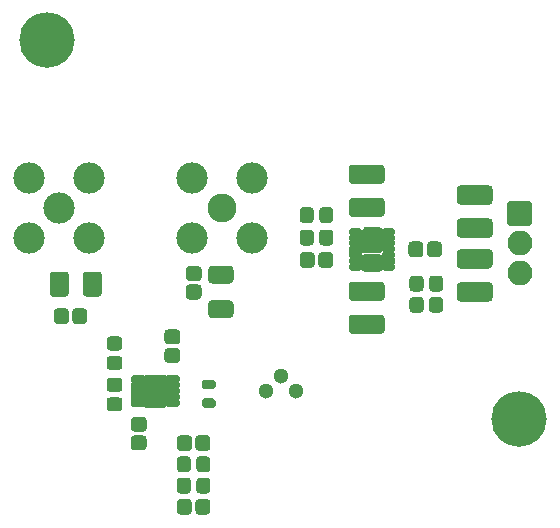
<source format=gbr>
G04 #@! TF.GenerationSoftware,KiCad,Pcbnew,(5.1.9)-1*
G04 #@! TF.CreationDate,2021-02-25T21:53:28+01:00*
G04 #@! TF.ProjectId,PDH_photodiode,5044485f-7068-46f7-946f-64696f64652e,1.1*
G04 #@! TF.SameCoordinates,Original*
G04 #@! TF.FileFunction,Soldermask,Top*
G04 #@! TF.FilePolarity,Negative*
%FSLAX45Y45*%
G04 Gerber Fmt 4.5, Leading zero omitted, Abs format (unit mm)*
G04 Created by KiCad (PCBNEW (5.1.9)-1) date 2021-02-25 21:53:28*
%MOMM*%
%LPD*%
G01*
G04 APERTURE LIST*
%ADD10C,0.100000*%
%ADD11O,2.100000X2.100000*%
%ADD12C,1.300000*%
%ADD13C,2.650000*%
%ADD14C,2.450000*%
%ADD15C,4.700000*%
G04 APERTURE END LIST*
D10*
G36*
X13932806Y-6537030D02*
G01*
X13933727Y-6537030D01*
X13935687Y-6537126D01*
X13938129Y-6537367D01*
X13940070Y-6537655D01*
X13942476Y-6538133D01*
X13944380Y-6538610D01*
X13946728Y-6539323D01*
X13948576Y-6539984D01*
X13950843Y-6540923D01*
X13952617Y-6541762D01*
X13954780Y-6542918D01*
X13956464Y-6543927D01*
X13958504Y-6545290D01*
X13960080Y-6546459D01*
X13961977Y-6548016D01*
X13963431Y-6549334D01*
X13965166Y-6551069D01*
X13966484Y-6552523D01*
X13968040Y-6554420D01*
X13969210Y-6555996D01*
X13970573Y-6558036D01*
X13971582Y-6559720D01*
X13972738Y-6561883D01*
X13973577Y-6563657D01*
X13974516Y-6565924D01*
X13975177Y-6567772D01*
X13975889Y-6570120D01*
X13976366Y-6572024D01*
X13976845Y-6574430D01*
X13977133Y-6576371D01*
X13977374Y-6578813D01*
X13977470Y-6580773D01*
X13977470Y-6581694D01*
X13977500Y-6582000D01*
X13977500Y-6710000D01*
X13977470Y-6710306D01*
X13977470Y-6711227D01*
X13977374Y-6713187D01*
X13977133Y-6715629D01*
X13976845Y-6717570D01*
X13976366Y-6719976D01*
X13975889Y-6721880D01*
X13975177Y-6724228D01*
X13974516Y-6726076D01*
X13973577Y-6728343D01*
X13972738Y-6730117D01*
X13971582Y-6732280D01*
X13970573Y-6733964D01*
X13969210Y-6736004D01*
X13968040Y-6737580D01*
X13966484Y-6739477D01*
X13965166Y-6740931D01*
X13963431Y-6742666D01*
X13961977Y-6743984D01*
X13960080Y-6745540D01*
X13958504Y-6746710D01*
X13956464Y-6748073D01*
X13954780Y-6749082D01*
X13952617Y-6750238D01*
X13950843Y-6751077D01*
X13948576Y-6752016D01*
X13946728Y-6752677D01*
X13944380Y-6753389D01*
X13942476Y-6753866D01*
X13940070Y-6754345D01*
X13938129Y-6754633D01*
X13935687Y-6754874D01*
X13933727Y-6754970D01*
X13932806Y-6754970D01*
X13932500Y-6755000D01*
X13799462Y-6755000D01*
X13791851Y-6756903D01*
X13787000Y-6757500D01*
X13700000Y-6757500D01*
X13696098Y-6757116D01*
X13692346Y-6755978D01*
X13688889Y-6754129D01*
X13685858Y-6751642D01*
X13683371Y-6748611D01*
X13681522Y-6745154D01*
X13680384Y-6741402D01*
X13680000Y-6737500D01*
X13680000Y-6712500D01*
X13680384Y-6708598D01*
X13681522Y-6704846D01*
X13683371Y-6701389D01*
X13685858Y-6698358D01*
X13688889Y-6695871D01*
X13692346Y-6694022D01*
X13696098Y-6692884D01*
X13700000Y-6692500D01*
X13765999Y-6692500D01*
X13768471Y-6692253D01*
X13769417Y-6691957D01*
X13770254Y-6691499D01*
X13770950Y-6690931D01*
X13771584Y-6690134D01*
X13771967Y-6689419D01*
X13772245Y-6688486D01*
X13772500Y-6685990D01*
X13772500Y-6582000D01*
X13772884Y-6578098D01*
X13774022Y-6574346D01*
X13775871Y-6570889D01*
X13778358Y-6567858D01*
X13803358Y-6542858D01*
X13806389Y-6540371D01*
X13809846Y-6538522D01*
X13813598Y-6537384D01*
X13817500Y-6537000D01*
X13932500Y-6537000D01*
X13932806Y-6537030D01*
G37*
G36*
X13932806Y-6766030D02*
G01*
X13933727Y-6766030D01*
X13935687Y-6766126D01*
X13938129Y-6766367D01*
X13940070Y-6766655D01*
X13942476Y-6767133D01*
X13944380Y-6767610D01*
X13946728Y-6768323D01*
X13948576Y-6768984D01*
X13950843Y-6769923D01*
X13952617Y-6770762D01*
X13954780Y-6771918D01*
X13956464Y-6772927D01*
X13958504Y-6774290D01*
X13960080Y-6775459D01*
X13961977Y-6777016D01*
X13963431Y-6778334D01*
X13965166Y-6780069D01*
X13966484Y-6781523D01*
X13968040Y-6783420D01*
X13969210Y-6784996D01*
X13970573Y-6787036D01*
X13971582Y-6788720D01*
X13972738Y-6790883D01*
X13973503Y-6792500D01*
X14050000Y-6792500D01*
X14053902Y-6792884D01*
X14057654Y-6794022D01*
X14061111Y-6795871D01*
X14064142Y-6798358D01*
X14066629Y-6801389D01*
X14068478Y-6804846D01*
X14069616Y-6808598D01*
X14070000Y-6812500D01*
X14070000Y-6837500D01*
X14069616Y-6841402D01*
X14068478Y-6845154D01*
X14066629Y-6848611D01*
X14064142Y-6851642D01*
X14061111Y-6854129D01*
X14057654Y-6855978D01*
X14053902Y-6857116D01*
X14050000Y-6857500D01*
X13977500Y-6857500D01*
X13977500Y-6868000D01*
X13977470Y-6868306D01*
X13977470Y-6869227D01*
X13977374Y-6871187D01*
X13977133Y-6873629D01*
X13976845Y-6875570D01*
X13976366Y-6877976D01*
X13975889Y-6879880D01*
X13975177Y-6882228D01*
X13974516Y-6884076D01*
X13973577Y-6886343D01*
X13972738Y-6888117D01*
X13971582Y-6890280D01*
X13970573Y-6891964D01*
X13969210Y-6894004D01*
X13968040Y-6895580D01*
X13966484Y-6897477D01*
X13965166Y-6898931D01*
X13963431Y-6900666D01*
X13961977Y-6901984D01*
X13960080Y-6903540D01*
X13958504Y-6904710D01*
X13956464Y-6906073D01*
X13954780Y-6907082D01*
X13952617Y-6908238D01*
X13950843Y-6909077D01*
X13948576Y-6910016D01*
X13946728Y-6910677D01*
X13944380Y-6911389D01*
X13942476Y-6911866D01*
X13940070Y-6912345D01*
X13938129Y-6912633D01*
X13935687Y-6912874D01*
X13933727Y-6912970D01*
X13932806Y-6912970D01*
X13932500Y-6913000D01*
X13817500Y-6913000D01*
X13817194Y-6912970D01*
X13816273Y-6912970D01*
X13814313Y-6912874D01*
X13811871Y-6912633D01*
X13809930Y-6912345D01*
X13807524Y-6911866D01*
X13805620Y-6911389D01*
X13803272Y-6910677D01*
X13801424Y-6910016D01*
X13799157Y-6909077D01*
X13797383Y-6908238D01*
X13795220Y-6907082D01*
X13793536Y-6906073D01*
X13791496Y-6904710D01*
X13789920Y-6903540D01*
X13788023Y-6901984D01*
X13786569Y-6900666D01*
X13784834Y-6898931D01*
X13783516Y-6897477D01*
X13781959Y-6895580D01*
X13780790Y-6894004D01*
X13779427Y-6891964D01*
X13778418Y-6890280D01*
X13777262Y-6888117D01*
X13776423Y-6886343D01*
X13775484Y-6884076D01*
X13774823Y-6882228D01*
X13774110Y-6879880D01*
X13773633Y-6877976D01*
X13773155Y-6875570D01*
X13772867Y-6873629D01*
X13772626Y-6871187D01*
X13772530Y-6869227D01*
X13772530Y-6868306D01*
X13772500Y-6868000D01*
X13772500Y-6811000D01*
X13772530Y-6810694D01*
X13772530Y-6809773D01*
X13772626Y-6807813D01*
X13772867Y-6805371D01*
X13773155Y-6803430D01*
X13773633Y-6801024D01*
X13774110Y-6799120D01*
X13774823Y-6796772D01*
X13775484Y-6794924D01*
X13776423Y-6792657D01*
X13777262Y-6790883D01*
X13778418Y-6788720D01*
X13779427Y-6787036D01*
X13780790Y-6784996D01*
X13781959Y-6783420D01*
X13783516Y-6781523D01*
X13784834Y-6780069D01*
X13786569Y-6778334D01*
X13788023Y-6777016D01*
X13789920Y-6775459D01*
X13791496Y-6774290D01*
X13793536Y-6772927D01*
X13795220Y-6771918D01*
X13797383Y-6770762D01*
X13799157Y-6769923D01*
X13801424Y-6768984D01*
X13803272Y-6768323D01*
X13805620Y-6767610D01*
X13807524Y-6767133D01*
X13809930Y-6766655D01*
X13811871Y-6766367D01*
X13814313Y-6766126D01*
X13816273Y-6766030D01*
X13817194Y-6766030D01*
X13817500Y-6766000D01*
X13932500Y-6766000D01*
X13932806Y-6766030D01*
G37*
G36*
G01*
X13680000Y-6587500D02*
X13680000Y-6562500D01*
G75*
G02*
X13700000Y-6542500I20000J0D01*
G01*
X13770000Y-6542500D01*
G75*
G02*
X13790000Y-6562500I0J-20000D01*
G01*
X13790000Y-6587500D01*
G75*
G02*
X13770000Y-6607500I-20000J0D01*
G01*
X13700000Y-6607500D01*
G75*
G02*
X13680000Y-6587500I0J20000D01*
G01*
G37*
G36*
G01*
X13680000Y-6637500D02*
X13680000Y-6612500D01*
G75*
G02*
X13700000Y-6592500I20000J0D01*
G01*
X13770000Y-6592500D01*
G75*
G02*
X13790000Y-6612500I0J-20000D01*
G01*
X13790000Y-6637500D01*
G75*
G02*
X13770000Y-6657500I-20000J0D01*
G01*
X13700000Y-6657500D01*
G75*
G02*
X13680000Y-6637500I0J20000D01*
G01*
G37*
G36*
G01*
X13680000Y-6687500D02*
X13680000Y-6662500D01*
G75*
G02*
X13700000Y-6642500I20000J0D01*
G01*
X13770000Y-6642500D01*
G75*
G02*
X13790000Y-6662500I0J-20000D01*
G01*
X13790000Y-6687500D01*
G75*
G02*
X13770000Y-6707500I-20000J0D01*
G01*
X13700000Y-6707500D01*
G75*
G02*
X13680000Y-6687500I0J20000D01*
G01*
G37*
G36*
G01*
X13680000Y-6787500D02*
X13680000Y-6762500D01*
G75*
G02*
X13700000Y-6742500I20000J0D01*
G01*
X13770000Y-6742500D01*
G75*
G02*
X13790000Y-6762500I0J-20000D01*
G01*
X13790000Y-6787500D01*
G75*
G02*
X13770000Y-6807500I-20000J0D01*
G01*
X13700000Y-6807500D01*
G75*
G02*
X13680000Y-6787500I0J20000D01*
G01*
G37*
G36*
G01*
X13680000Y-6837500D02*
X13680000Y-6812500D01*
G75*
G02*
X13700000Y-6792500I20000J0D01*
G01*
X13770000Y-6792500D01*
G75*
G02*
X13790000Y-6812500I0J-20000D01*
G01*
X13790000Y-6837500D01*
G75*
G02*
X13770000Y-6857500I-20000J0D01*
G01*
X13700000Y-6857500D01*
G75*
G02*
X13680000Y-6837500I0J20000D01*
G01*
G37*
G36*
G01*
X13680000Y-6887500D02*
X13680000Y-6862500D01*
G75*
G02*
X13700000Y-6842500I20000J0D01*
G01*
X13770000Y-6842500D01*
G75*
G02*
X13790000Y-6862500I0J-20000D01*
G01*
X13790000Y-6887500D01*
G75*
G02*
X13770000Y-6907500I-20000J0D01*
G01*
X13700000Y-6907500D01*
G75*
G02*
X13680000Y-6887500I0J20000D01*
G01*
G37*
G36*
G01*
X13960000Y-6887500D02*
X13960000Y-6862500D01*
G75*
G02*
X13980000Y-6842500I20000J0D01*
G01*
X14050000Y-6842500D01*
G75*
G02*
X14070000Y-6862500I0J-20000D01*
G01*
X14070000Y-6887500D01*
G75*
G02*
X14050000Y-6907500I-20000J0D01*
G01*
X13980000Y-6907500D01*
G75*
G02*
X13960000Y-6887500I0J20000D01*
G01*
G37*
G36*
G01*
X13960000Y-6787500D02*
X13960000Y-6762500D01*
G75*
G02*
X13980000Y-6742500I20000J0D01*
G01*
X14050000Y-6742500D01*
G75*
G02*
X14070000Y-6762500I0J-20000D01*
G01*
X14070000Y-6787500D01*
G75*
G02*
X14050000Y-6807500I-20000J0D01*
G01*
X13980000Y-6807500D01*
G75*
G02*
X13960000Y-6787500I0J20000D01*
G01*
G37*
G36*
G01*
X13960000Y-6737500D02*
X13960000Y-6712500D01*
G75*
G02*
X13980000Y-6692500I20000J0D01*
G01*
X14050000Y-6692500D01*
G75*
G02*
X14070000Y-6712500I0J-20000D01*
G01*
X14070000Y-6737500D01*
G75*
G02*
X14050000Y-6757500I-20000J0D01*
G01*
X13980000Y-6757500D01*
G75*
G02*
X13960000Y-6737500I0J20000D01*
G01*
G37*
G36*
G01*
X13960000Y-6687500D02*
X13960000Y-6662500D01*
G75*
G02*
X13980000Y-6642500I20000J0D01*
G01*
X14050000Y-6642500D01*
G75*
G02*
X14070000Y-6662500I0J-20000D01*
G01*
X14070000Y-6687500D01*
G75*
G02*
X14050000Y-6707500I-20000J0D01*
G01*
X13980000Y-6707500D01*
G75*
G02*
X13960000Y-6687500I0J20000D01*
G01*
G37*
G36*
G01*
X13960000Y-6637500D02*
X13960000Y-6612500D01*
G75*
G02*
X13980000Y-6592500I20000J0D01*
G01*
X14050000Y-6592500D01*
G75*
G02*
X14070000Y-6612500I0J-20000D01*
G01*
X14070000Y-6637500D01*
G75*
G02*
X14050000Y-6657500I-20000J0D01*
G01*
X13980000Y-6657500D01*
G75*
G02*
X13960000Y-6637500I0J20000D01*
G01*
G37*
G36*
G01*
X13960000Y-6587500D02*
X13960000Y-6562500D01*
G75*
G02*
X13980000Y-6542500I20000J0D01*
G01*
X14050000Y-6542500D01*
G75*
G02*
X14070000Y-6562500I0J-20000D01*
G01*
X14070000Y-6587500D01*
G75*
G02*
X14050000Y-6607500I-20000J0D01*
G01*
X13980000Y-6607500D01*
G75*
G02*
X13960000Y-6587500I0J20000D01*
G01*
G37*
G36*
G01*
X14340000Y-6760625D02*
X14340000Y-6689375D01*
G75*
G02*
X14371875Y-6657500I31875J0D01*
G01*
X14435625Y-6657500D01*
G75*
G02*
X14467500Y-6689375I0J-31875D01*
G01*
X14467500Y-6760625D01*
G75*
G02*
X14435625Y-6792500I-31875J0D01*
G01*
X14371875Y-6792500D01*
G75*
G02*
X14340000Y-6760625I0J31875D01*
G01*
G37*
G36*
G01*
X14182500Y-6760625D02*
X14182500Y-6689375D01*
G75*
G02*
X14214375Y-6657500I31875J0D01*
G01*
X14278125Y-6657500D01*
G75*
G02*
X14310000Y-6689375I0J-31875D01*
G01*
X14310000Y-6760625D01*
G75*
G02*
X14278125Y-6792500I-31875J0D01*
G01*
X14214375Y-6792500D01*
G75*
G02*
X14182500Y-6760625I0J31875D01*
G01*
G37*
G36*
G01*
X14625500Y-7002500D02*
X14864500Y-7002500D01*
G75*
G02*
X14897500Y-7035500I0J-33000D01*
G01*
X14897500Y-7134500D01*
G75*
G02*
X14864500Y-7167500I-33000J0D01*
G01*
X14625500Y-7167500D01*
G75*
G02*
X14592500Y-7134500I0J33000D01*
G01*
X14592500Y-7035500D01*
G75*
G02*
X14625500Y-7002500I33000J0D01*
G01*
G37*
G36*
G01*
X14625500Y-6722500D02*
X14864500Y-6722500D01*
G75*
G02*
X14897500Y-6755500I0J-33000D01*
G01*
X14897500Y-6854500D01*
G75*
G02*
X14864500Y-6887500I-33000J0D01*
G01*
X14625500Y-6887500D01*
G75*
G02*
X14592500Y-6854500I0J33000D01*
G01*
X14592500Y-6755500D01*
G75*
G02*
X14625500Y-6722500I33000J0D01*
G01*
G37*
G36*
G01*
X14625500Y-6182500D02*
X14864500Y-6182500D01*
G75*
G02*
X14897500Y-6215500I0J-33000D01*
G01*
X14897500Y-6314500D01*
G75*
G02*
X14864500Y-6347500I-33000J0D01*
G01*
X14625500Y-6347500D01*
G75*
G02*
X14592500Y-6314500I0J33000D01*
G01*
X14592500Y-6215500D01*
G75*
G02*
X14625500Y-6182500I33000J0D01*
G01*
G37*
G36*
G01*
X14625500Y-6462500D02*
X14864500Y-6462500D01*
G75*
G02*
X14897500Y-6495500I0J-33000D01*
G01*
X14897500Y-6594500D01*
G75*
G02*
X14864500Y-6627500I-33000J0D01*
G01*
X14625500Y-6627500D01*
G75*
G02*
X14592500Y-6594500I0J33000D01*
G01*
X14592500Y-6495500D01*
G75*
G02*
X14625500Y-6462500I33000J0D01*
G01*
G37*
G36*
G01*
X13262500Y-6850625D02*
X13262500Y-6779375D01*
G75*
G02*
X13294375Y-6747500I31875J0D01*
G01*
X13358125Y-6747500D01*
G75*
G02*
X13390000Y-6779375I0J-31875D01*
G01*
X13390000Y-6850625D01*
G75*
G02*
X13358125Y-6882500I-31875J0D01*
G01*
X13294375Y-6882500D01*
G75*
G02*
X13262500Y-6850625I0J31875D01*
G01*
G37*
G36*
G01*
X13420000Y-6850625D02*
X13420000Y-6779375D01*
G75*
G02*
X13451875Y-6747500I31875J0D01*
G01*
X13515625Y-6747500D01*
G75*
G02*
X13547500Y-6779375I0J-31875D01*
G01*
X13547500Y-6850625D01*
G75*
G02*
X13515625Y-6882500I-31875J0D01*
G01*
X13451875Y-6882500D01*
G75*
G02*
X13420000Y-6850625I0J31875D01*
G01*
G37*
G36*
G01*
X13949500Y-6172500D02*
X13710500Y-6172500D01*
G75*
G02*
X13677500Y-6139500I0J33000D01*
G01*
X13677500Y-6040500D01*
G75*
G02*
X13710500Y-6007500I33000J0D01*
G01*
X13949500Y-6007500D01*
G75*
G02*
X13982500Y-6040500I0J-33000D01*
G01*
X13982500Y-6139500D01*
G75*
G02*
X13949500Y-6172500I-33000J0D01*
G01*
G37*
G36*
G01*
X13949500Y-6452500D02*
X13710500Y-6452500D01*
G75*
G02*
X13677500Y-6419500I0J33000D01*
G01*
X13677500Y-6320500D01*
G75*
G02*
X13710500Y-6287500I33000J0D01*
G01*
X13949500Y-6287500D01*
G75*
G02*
X13982500Y-6320500I0J-33000D01*
G01*
X13982500Y-6419500D01*
G75*
G02*
X13949500Y-6452500I-33000J0D01*
G01*
G37*
G36*
G01*
X13949500Y-7442500D02*
X13710500Y-7442500D01*
G75*
G02*
X13677500Y-7409500I0J33000D01*
G01*
X13677500Y-7310500D01*
G75*
G02*
X13710500Y-7277500I33000J0D01*
G01*
X13949500Y-7277500D01*
G75*
G02*
X13982500Y-7310500I0J-33000D01*
G01*
X13982500Y-7409500D01*
G75*
G02*
X13949500Y-7442500I-33000J0D01*
G01*
G37*
G36*
G01*
X13949500Y-7162500D02*
X13710500Y-7162500D01*
G75*
G02*
X13677500Y-7129500I0J33000D01*
G01*
X13677500Y-7030500D01*
G75*
G02*
X13710500Y-6997500I33000J0D01*
G01*
X13949500Y-6997500D01*
G75*
G02*
X13982500Y-7030500I0J-33000D01*
G01*
X13982500Y-7129500D01*
G75*
G02*
X13949500Y-7162500I-33000J0D01*
G01*
G37*
G36*
G01*
X12222500Y-8940625D02*
X12222500Y-8869375D01*
G75*
G02*
X12254375Y-8837500I31875J0D01*
G01*
X12318125Y-8837500D01*
G75*
G02*
X12350000Y-8869375I0J-31875D01*
G01*
X12350000Y-8940625D01*
G75*
G02*
X12318125Y-8972500I-31875J0D01*
G01*
X12254375Y-8972500D01*
G75*
G02*
X12222500Y-8940625I0J31875D01*
G01*
G37*
G36*
G01*
X12380000Y-8940625D02*
X12380000Y-8869375D01*
G75*
G02*
X12411875Y-8837500I31875J0D01*
G01*
X12475625Y-8837500D01*
G75*
G02*
X12507500Y-8869375I0J-31875D01*
G01*
X12507500Y-8940625D01*
G75*
G02*
X12475625Y-8972500I-31875J0D01*
G01*
X12411875Y-8972500D01*
G75*
G02*
X12380000Y-8940625I0J31875D01*
G01*
G37*
G36*
G01*
X12149375Y-7402500D02*
X12220625Y-7402500D01*
G75*
G02*
X12252500Y-7434375I0J-31875D01*
G01*
X12252500Y-7498125D01*
G75*
G02*
X12220625Y-7530000I-31875J0D01*
G01*
X12149375Y-7530000D01*
G75*
G02*
X12117500Y-7498125I0J31875D01*
G01*
X12117500Y-7434375D01*
G75*
G02*
X12149375Y-7402500I31875J0D01*
G01*
G37*
G36*
G01*
X12149375Y-7560000D02*
X12220625Y-7560000D01*
G75*
G02*
X12252500Y-7591875I0J-31875D01*
G01*
X12252500Y-7655625D01*
G75*
G02*
X12220625Y-7687500I-31875J0D01*
G01*
X12149375Y-7687500D01*
G75*
G02*
X12117500Y-7655625I0J31875D01*
G01*
X12117500Y-7591875D01*
G75*
G02*
X12149375Y-7560000I31875J0D01*
G01*
G37*
G36*
G01*
X11935625Y-8270000D02*
X11864375Y-8270000D01*
G75*
G02*
X11832500Y-8238125I0J31875D01*
G01*
X11832500Y-8174375D01*
G75*
G02*
X11864375Y-8142500I31875J0D01*
G01*
X11935625Y-8142500D01*
G75*
G02*
X11967500Y-8174375I0J-31875D01*
G01*
X11967500Y-8238125D01*
G75*
G02*
X11935625Y-8270000I-31875J0D01*
G01*
G37*
G36*
G01*
X11935625Y-8427500D02*
X11864375Y-8427500D01*
G75*
G02*
X11832500Y-8395625I0J31875D01*
G01*
X11832500Y-8331875D01*
G75*
G02*
X11864375Y-8300000I31875J0D01*
G01*
X11935625Y-8300000D01*
G75*
G02*
X11967500Y-8331875I0J-31875D01*
G01*
X11967500Y-8395625D01*
G75*
G02*
X11935625Y-8427500I-31875J0D01*
G01*
G37*
G36*
G01*
X15020000Y-6506000D02*
X15020000Y-6336000D01*
G75*
G02*
X15040000Y-6316000I20000J0D01*
G01*
X15210000Y-6316000D01*
G75*
G02*
X15230000Y-6336000I0J-20000D01*
G01*
X15230000Y-6506000D01*
G75*
G02*
X15210000Y-6526000I-20000J0D01*
G01*
X15040000Y-6526000D01*
G75*
G02*
X15020000Y-6506000I0J20000D01*
G01*
G37*
D11*
X15125000Y-6675000D03*
X15125000Y-6929000D03*
G36*
G01*
X11145000Y-7094500D02*
X11145000Y-6945500D01*
G75*
G02*
X11178000Y-6912500I33000J0D01*
G01*
X11277000Y-6912500D01*
G75*
G02*
X11310000Y-6945500I0J-33000D01*
G01*
X11310000Y-7094500D01*
G75*
G02*
X11277000Y-7127500I-33000J0D01*
G01*
X11178000Y-7127500D01*
G75*
G02*
X11145000Y-7094500I0J33000D01*
G01*
G37*
G36*
G01*
X11425000Y-7094500D02*
X11425000Y-6945500D01*
G75*
G02*
X11458000Y-6912500I33000J0D01*
G01*
X11557000Y-6912500D01*
G75*
G02*
X11590000Y-6945500I0J-33000D01*
G01*
X11590000Y-7094500D01*
G75*
G02*
X11557000Y-7127500I-33000J0D01*
G01*
X11458000Y-7127500D01*
G75*
G02*
X11425000Y-7094500I0J33000D01*
G01*
G37*
G36*
G01*
X11180000Y-7325000D02*
X11180000Y-7255000D01*
G75*
G02*
X11212500Y-7222500I32500J0D01*
G01*
X11277500Y-7222500D01*
G75*
G02*
X11310000Y-7255000I0J-32500D01*
G01*
X11310000Y-7325000D01*
G75*
G02*
X11277500Y-7357500I-32500J0D01*
G01*
X11212500Y-7357500D01*
G75*
G02*
X11180000Y-7325000I0J32500D01*
G01*
G37*
G36*
G01*
X11335000Y-7325000D02*
X11335000Y-7255000D01*
G75*
G02*
X11367500Y-7222500I32500J0D01*
G01*
X11432500Y-7222500D01*
G75*
G02*
X11465000Y-7255000I0J-32500D01*
G01*
X11465000Y-7325000D01*
G75*
G02*
X11432500Y-7357500I-32500J0D01*
G01*
X11367500Y-7357500D01*
G75*
G02*
X11335000Y-7325000I0J32500D01*
G01*
G37*
G36*
G01*
X12330000Y-7020000D02*
X12400000Y-7020000D01*
G75*
G02*
X12432500Y-7052500I0J-32500D01*
G01*
X12432500Y-7117500D01*
G75*
G02*
X12400000Y-7150000I-32500J0D01*
G01*
X12330000Y-7150000D01*
G75*
G02*
X12297500Y-7117500I0J32500D01*
G01*
X12297500Y-7052500D01*
G75*
G02*
X12330000Y-7020000I32500J0D01*
G01*
G37*
G36*
G01*
X12330000Y-6865000D02*
X12400000Y-6865000D01*
G75*
G02*
X12432500Y-6897500I0J-32500D01*
G01*
X12432500Y-6962500D01*
G75*
G02*
X12400000Y-6995000I-32500J0D01*
G01*
X12330000Y-6995000D01*
G75*
G02*
X12297500Y-6962500I0J32500D01*
G01*
X12297500Y-6897500D01*
G75*
G02*
X12330000Y-6865000I32500J0D01*
G01*
G37*
D12*
X12979000Y-7925000D03*
X13106000Y-7798000D03*
X13233000Y-7925000D03*
G36*
G01*
X12387500Y-8582500D02*
X12387500Y-8507500D01*
G75*
G02*
X12417500Y-8477500I30000J0D01*
G01*
X12477500Y-8477500D01*
G75*
G02*
X12507500Y-8507500I0J-30000D01*
G01*
X12507500Y-8582500D01*
G75*
G02*
X12477500Y-8612500I-30000J0D01*
G01*
X12417500Y-8612500D01*
G75*
G02*
X12387500Y-8582500I0J30000D01*
G01*
G37*
G36*
G01*
X12222500Y-8582500D02*
X12222500Y-8507500D01*
G75*
G02*
X12252500Y-8477500I30000J0D01*
G01*
X12312500Y-8477500D01*
G75*
G02*
X12342500Y-8507500I0J-30000D01*
G01*
X12342500Y-8582500D01*
G75*
G02*
X12312500Y-8612500I-30000J0D01*
G01*
X12252500Y-8612500D01*
G75*
G02*
X12222500Y-8582500I0J30000D01*
G01*
G37*
G36*
G01*
X13382500Y-6397500D02*
X13382500Y-6472500D01*
G75*
G02*
X13352500Y-6502500I-30000J0D01*
G01*
X13292500Y-6502500D01*
G75*
G02*
X13262500Y-6472500I0J30000D01*
G01*
X13262500Y-6397500D01*
G75*
G02*
X13292500Y-6367500I30000J0D01*
G01*
X13352500Y-6367500D01*
G75*
G02*
X13382500Y-6397500I0J-30000D01*
G01*
G37*
G36*
G01*
X13547500Y-6397500D02*
X13547500Y-6472500D01*
G75*
G02*
X13517500Y-6502500I-30000J0D01*
G01*
X13457500Y-6502500D01*
G75*
G02*
X13427500Y-6472500I0J30000D01*
G01*
X13427500Y-6397500D01*
G75*
G02*
X13457500Y-6367500I30000J0D01*
G01*
X13517500Y-6367500D01*
G75*
G02*
X13547500Y-6397500I0J-30000D01*
G01*
G37*
G36*
G01*
X13547500Y-6587500D02*
X13547500Y-6662500D01*
G75*
G02*
X13517500Y-6692500I-30000J0D01*
G01*
X13457500Y-6692500D01*
G75*
G02*
X13427500Y-6662500I0J30000D01*
G01*
X13427500Y-6587500D01*
G75*
G02*
X13457500Y-6557500I30000J0D01*
G01*
X13517500Y-6557500D01*
G75*
G02*
X13547500Y-6587500I0J-30000D01*
G01*
G37*
G36*
G01*
X13382500Y-6587500D02*
X13382500Y-6662500D01*
G75*
G02*
X13352500Y-6692500I-30000J0D01*
G01*
X13292500Y-6692500D01*
G75*
G02*
X13262500Y-6662500I0J30000D01*
G01*
X13262500Y-6587500D01*
G75*
G02*
X13292500Y-6557500I30000J0D01*
G01*
X13352500Y-6557500D01*
G75*
G02*
X13382500Y-6587500I0J-30000D01*
G01*
G37*
G36*
G01*
X14477500Y-6977500D02*
X14477500Y-7052500D01*
G75*
G02*
X14447500Y-7082500I-30000J0D01*
G01*
X14387500Y-7082500D01*
G75*
G02*
X14357500Y-7052500I0J30000D01*
G01*
X14357500Y-6977500D01*
G75*
G02*
X14387500Y-6947500I30000J0D01*
G01*
X14447500Y-6947500D01*
G75*
G02*
X14477500Y-6977500I0J-30000D01*
G01*
G37*
G36*
G01*
X14312500Y-6977500D02*
X14312500Y-7052500D01*
G75*
G02*
X14282500Y-7082500I-30000J0D01*
G01*
X14222500Y-7082500D01*
G75*
G02*
X14192500Y-7052500I0J30000D01*
G01*
X14192500Y-6977500D01*
G75*
G02*
X14222500Y-6947500I30000J0D01*
G01*
X14282500Y-6947500D01*
G75*
G02*
X14312500Y-6977500I0J-30000D01*
G01*
G37*
G36*
G01*
X14312500Y-7157500D02*
X14312500Y-7232500D01*
G75*
G02*
X14282500Y-7262500I-30000J0D01*
G01*
X14222500Y-7262500D01*
G75*
G02*
X14192500Y-7232500I0J30000D01*
G01*
X14192500Y-7157500D01*
G75*
G02*
X14222500Y-7127500I30000J0D01*
G01*
X14282500Y-7127500D01*
G75*
G02*
X14312500Y-7157500I0J-30000D01*
G01*
G37*
G36*
G01*
X14477500Y-7157500D02*
X14477500Y-7232500D01*
G75*
G02*
X14447500Y-7262500I-30000J0D01*
G01*
X14387500Y-7262500D01*
G75*
G02*
X14357500Y-7232500I0J30000D01*
G01*
X14357500Y-7157500D01*
G75*
G02*
X14387500Y-7127500I30000J0D01*
G01*
X14447500Y-7127500D01*
G75*
G02*
X14477500Y-7157500I0J-30000D01*
G01*
G37*
G36*
G01*
X12507500Y-8687500D02*
X12507500Y-8762500D01*
G75*
G02*
X12477500Y-8792500I-30000J0D01*
G01*
X12417500Y-8792500D01*
G75*
G02*
X12387500Y-8762500I0J30000D01*
G01*
X12387500Y-8687500D01*
G75*
G02*
X12417500Y-8657500I30000J0D01*
G01*
X12477500Y-8657500D01*
G75*
G02*
X12507500Y-8687500I0J-30000D01*
G01*
G37*
G36*
G01*
X12342500Y-8687500D02*
X12342500Y-8762500D01*
G75*
G02*
X12312500Y-8792500I-30000J0D01*
G01*
X12252500Y-8792500D01*
G75*
G02*
X12222500Y-8762500I0J30000D01*
G01*
X12222500Y-8687500D01*
G75*
G02*
X12252500Y-8657500I30000J0D01*
G01*
X12312500Y-8657500D01*
G75*
G02*
X12342500Y-8687500I0J-30000D01*
G01*
G37*
G36*
G01*
X11657500Y-7462500D02*
X11732500Y-7462500D01*
G75*
G02*
X11762500Y-7492500I0J-30000D01*
G01*
X11762500Y-7552500D01*
G75*
G02*
X11732500Y-7582500I-30000J0D01*
G01*
X11657500Y-7582500D01*
G75*
G02*
X11627500Y-7552500I0J30000D01*
G01*
X11627500Y-7492500D01*
G75*
G02*
X11657500Y-7462500I30000J0D01*
G01*
G37*
G36*
G01*
X11657500Y-7627500D02*
X11732500Y-7627500D01*
G75*
G02*
X11762500Y-7657500I0J-30000D01*
G01*
X11762500Y-7717500D01*
G75*
G02*
X11732500Y-7747500I-30000J0D01*
G01*
X11657500Y-7747500D01*
G75*
G02*
X11627500Y-7717500I0J30000D01*
G01*
X11627500Y-7657500D01*
G75*
G02*
X11657500Y-7627500I30000J0D01*
G01*
G37*
G36*
G01*
X11657500Y-7977500D02*
X11732500Y-7977500D01*
G75*
G02*
X11762500Y-8007500I0J-30000D01*
G01*
X11762500Y-8067500D01*
G75*
G02*
X11732500Y-8097500I-30000J0D01*
G01*
X11657500Y-8097500D01*
G75*
G02*
X11627500Y-8067500I0J30000D01*
G01*
X11627500Y-8007500D01*
G75*
G02*
X11657500Y-7977500I30000J0D01*
G01*
G37*
G36*
G01*
X11657500Y-7812500D02*
X11732500Y-7812500D01*
G75*
G02*
X11762500Y-7842500I0J-30000D01*
G01*
X11762500Y-7902500D01*
G75*
G02*
X11732500Y-7932500I-30000J0D01*
G01*
X11657500Y-7932500D01*
G75*
G02*
X11627500Y-7902500I0J30000D01*
G01*
X11627500Y-7842500D01*
G75*
G02*
X11657500Y-7812500I30000J0D01*
G01*
G37*
G36*
G01*
X12521389Y-6862500D02*
X12668611Y-6862500D01*
G75*
G02*
X12702500Y-6896389I0J-33889D01*
G01*
X12702500Y-6981111D01*
G75*
G02*
X12668611Y-7015000I-33889J0D01*
G01*
X12521389Y-7015000D01*
G75*
G02*
X12487500Y-6981111I0J33889D01*
G01*
X12487500Y-6896389D01*
G75*
G02*
X12521389Y-6862500I33889J0D01*
G01*
G37*
G36*
G01*
X12521389Y-7155000D02*
X12668611Y-7155000D01*
G75*
G02*
X12702500Y-7188889I0J-33889D01*
G01*
X12702500Y-7273611D01*
G75*
G02*
X12668611Y-7307500I-33889J0D01*
G01*
X12521389Y-7307500D01*
G75*
G02*
X12487500Y-7273611I0J33889D01*
G01*
X12487500Y-7188889D01*
G75*
G02*
X12521389Y-7155000I33889J0D01*
G01*
G37*
G36*
G01*
X12247500Y-8008750D02*
X12247500Y-8041250D01*
G75*
G02*
X12231250Y-8057500I-16250J0D01*
G01*
X12138750Y-8057500D01*
G75*
G02*
X12122500Y-8041250I0J16250D01*
G01*
X12122500Y-8008750D01*
G75*
G02*
X12138750Y-7992500I16250J0D01*
G01*
X12231250Y-7992500D01*
G75*
G02*
X12247500Y-8008750I0J-16250D01*
G01*
G37*
G36*
G01*
X12247500Y-7958750D02*
X12247500Y-7991250D01*
G75*
G02*
X12231250Y-8007500I-16250J0D01*
G01*
X12138750Y-8007500D01*
G75*
G02*
X12122500Y-7991250I0J16250D01*
G01*
X12122500Y-7958750D01*
G75*
G02*
X12138750Y-7942500I16250J0D01*
G01*
X12231250Y-7942500D01*
G75*
G02*
X12247500Y-7958750I0J-16250D01*
G01*
G37*
G36*
G01*
X12247500Y-7908750D02*
X12247500Y-7941250D01*
G75*
G02*
X12231250Y-7957500I-16250J0D01*
G01*
X12138750Y-7957500D01*
G75*
G02*
X12122500Y-7941250I0J16250D01*
G01*
X12122500Y-7908750D01*
G75*
G02*
X12138750Y-7892500I16250J0D01*
G01*
X12231250Y-7892500D01*
G75*
G02*
X12247500Y-7908750I0J-16250D01*
G01*
G37*
G36*
G01*
X12247500Y-7858750D02*
X12247500Y-7891250D01*
G75*
G02*
X12231250Y-7907500I-16250J0D01*
G01*
X12138750Y-7907500D01*
G75*
G02*
X12122500Y-7891250I0J16250D01*
G01*
X12122500Y-7858750D01*
G75*
G02*
X12138750Y-7842500I16250J0D01*
G01*
X12231250Y-7842500D01*
G75*
G02*
X12247500Y-7858750I0J-16250D01*
G01*
G37*
G36*
G01*
X12247500Y-7808750D02*
X12247500Y-7841250D01*
G75*
G02*
X12231250Y-7857500I-16250J0D01*
G01*
X12138750Y-7857500D01*
G75*
G02*
X12122500Y-7841250I0J16250D01*
G01*
X12122500Y-7808750D01*
G75*
G02*
X12138750Y-7792500I16250J0D01*
G01*
X12231250Y-7792500D01*
G75*
G02*
X12247500Y-7808750I0J-16250D01*
G01*
G37*
G36*
G01*
X11957500Y-7808750D02*
X11957500Y-7841250D01*
G75*
G02*
X11941250Y-7857500I-16250J0D01*
G01*
X11848750Y-7857500D01*
G75*
G02*
X11832500Y-7841250I0J16250D01*
G01*
X11832500Y-7808750D01*
G75*
G02*
X11848750Y-7792500I16250J0D01*
G01*
X11941250Y-7792500D01*
G75*
G02*
X11957500Y-7808750I0J-16250D01*
G01*
G37*
G36*
G01*
X11957500Y-7858750D02*
X11957500Y-7891250D01*
G75*
G02*
X11941250Y-7907500I-16250J0D01*
G01*
X11848750Y-7907500D01*
G75*
G02*
X11832500Y-7891250I0J16250D01*
G01*
X11832500Y-7858750D01*
G75*
G02*
X11848750Y-7842500I16250J0D01*
G01*
X11941250Y-7842500D01*
G75*
G02*
X11957500Y-7858750I0J-16250D01*
G01*
G37*
G36*
G01*
X11957500Y-7908750D02*
X11957500Y-7941250D01*
G75*
G02*
X11941250Y-7957500I-16250J0D01*
G01*
X11848750Y-7957500D01*
G75*
G02*
X11832500Y-7941250I0J16250D01*
G01*
X11832500Y-7908750D01*
G75*
G02*
X11848750Y-7892500I16250J0D01*
G01*
X11941250Y-7892500D01*
G75*
G02*
X11957500Y-7908750I0J-16250D01*
G01*
G37*
G36*
G01*
X11957500Y-7958750D02*
X11957500Y-7991250D01*
G75*
G02*
X11941250Y-8007500I-16250J0D01*
G01*
X11848750Y-8007500D01*
G75*
G02*
X11832500Y-7991250I0J16250D01*
G01*
X11832500Y-7958750D01*
G75*
G02*
X11848750Y-7942500I16250J0D01*
G01*
X11941250Y-7942500D01*
G75*
G02*
X11957500Y-7958750I0J-16250D01*
G01*
G37*
G36*
G01*
X11957500Y-8008750D02*
X11957500Y-8041250D01*
G75*
G02*
X11941250Y-8057500I-16250J0D01*
G01*
X11848750Y-8057500D01*
G75*
G02*
X11832500Y-8041250I0J16250D01*
G01*
X11832500Y-8008750D01*
G75*
G02*
X11848750Y-7992500I16250J0D01*
G01*
X11941250Y-7992500D01*
G75*
G02*
X11957500Y-8008750I0J-16250D01*
G01*
G37*
G36*
G01*
X12142500Y-7806000D02*
X12142500Y-8044000D01*
G75*
G02*
X12122500Y-8064000I-20000J0D01*
G01*
X11957500Y-8064000D01*
G75*
G02*
X11937500Y-8044000I0J20000D01*
G01*
X11937500Y-7806000D01*
G75*
G02*
X11957500Y-7786000I20000J0D01*
G01*
X12122500Y-7786000D01*
G75*
G02*
X12142500Y-7806000I0J-20000D01*
G01*
G37*
D13*
X11479000Y-6629000D03*
X10971000Y-6629000D03*
X10971000Y-6121000D03*
X11479000Y-6121000D03*
X11225000Y-6375000D03*
D14*
X12607500Y-6372500D03*
D13*
X12353500Y-6118500D03*
X12353500Y-6626500D03*
X12861500Y-6626500D03*
X12861500Y-6118500D03*
G36*
G01*
X12507500Y-8330000D02*
X12507500Y-8400000D01*
G75*
G02*
X12475000Y-8432500I-32500J0D01*
G01*
X12410000Y-8432500D01*
G75*
G02*
X12377500Y-8400000I0J32500D01*
G01*
X12377500Y-8330000D01*
G75*
G02*
X12410000Y-8297500I32500J0D01*
G01*
X12475000Y-8297500D01*
G75*
G02*
X12507500Y-8330000I0J-32500D01*
G01*
G37*
G36*
G01*
X12352500Y-8330000D02*
X12352500Y-8400000D01*
G75*
G02*
X12320000Y-8432500I-32500J0D01*
G01*
X12255000Y-8432500D01*
G75*
G02*
X12222500Y-8400000I0J32500D01*
G01*
X12222500Y-8330000D01*
G75*
G02*
X12255000Y-8297500I32500J0D01*
G01*
X12320000Y-8297500D01*
G75*
G02*
X12352500Y-8330000I0J-32500D01*
G01*
G37*
G36*
G01*
X12532500Y-8067500D02*
X12452500Y-8067500D01*
G75*
G02*
X12432500Y-8047500I0J20000D01*
G01*
X12432500Y-8007500D01*
G75*
G02*
X12452500Y-7987500I20000J0D01*
G01*
X12532500Y-7987500D01*
G75*
G02*
X12552500Y-8007500I0J-20000D01*
G01*
X12552500Y-8047500D01*
G75*
G02*
X12532500Y-8067500I-20000J0D01*
G01*
G37*
G36*
G01*
X12532500Y-7907500D02*
X12452500Y-7907500D01*
G75*
G02*
X12432500Y-7887500I0J20000D01*
G01*
X12432500Y-7847500D01*
G75*
G02*
X12452500Y-7827500I20000J0D01*
G01*
X12532500Y-7827500D01*
G75*
G02*
X12552500Y-7847500I0J-20000D01*
G01*
X12552500Y-7887500D01*
G75*
G02*
X12532500Y-7907500I-20000J0D01*
G01*
G37*
D15*
X11125000Y-4950000D03*
X15120000Y-8165000D03*
M02*

</source>
